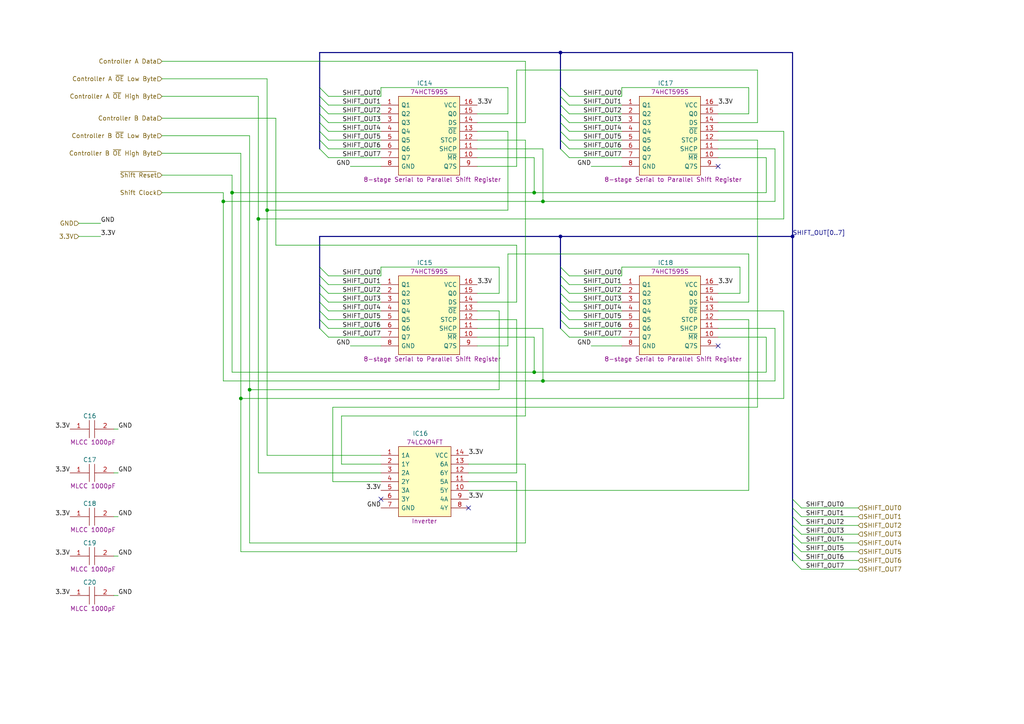
<source format=kicad_sch>
(kicad_sch (version 20230121) (generator eeschema)
  (paper "A4")
  (lib_symbols
    (symbol "Diodes_Inc:74HCT595S16-13" (pin_names (offset 0.762))
      (property "Reference" "IC" (at 12.7 6.35 0))
      (property "Description" "8-stage Serial to Parallel Shift Register" (at -5.08 -21.59 0))
      (property "Silk" "74HCT595S" (at 13.97 3.81 0))
      (symbol "74HCT595S16-13_0_0"
        (pin input line (at 0 0 0) (length 5.08) (name "Q1") (number "1"))
        (pin passive line (at 27.94 -15.24 180) (length 5.08) (name "~{MR}") (number "10"))
        (pin passive line (at 27.94 -12.7 180) (length 5.08) (name "SHCP") (number "11"))
        (pin passive line (at 27.94 -10.16 180) (length 5.08) (name "STCP") (number "12"))
        (pin passive line (at 27.94 -7.62 180) (length 5.08) (name "~{OE}") (number "13"))
        (pin passive line (at 27.94 -5.08 180) (length 5.08) (name "DS") (number "14"))
        (pin passive line (at 27.94 -2.54 180) (length 5.08) (name "Q0") (number "15"))
        (pin passive line (at 27.94 0 180) (length 5.08) (name "VCC") (number "16"))
        (pin passive line (at 0 -2.54 0) (length 5.08) (name "Q2") (number "2"))
        (pin passive line (at 0 -5.08 0) (length 5.08) (name "Q3") (number "3"))
        (pin passive line (at 0 -7.62 0) (length 5.08) (name "Q4") (number "4"))
        (pin passive line (at 0 -10.16 0) (length 5.08) (name "Q5") (number "5"))
        (pin passive line (at 0 -12.7 0) (length 5.08) (name "Q6") (number "6"))
        (pin passive line (at 0 -15.24 0) (length 5.08) (name "Q7") (number "7"))
        (pin passive line (at 0 -17.78 0) (length 5.08) (name "GND") (number "8"))
        (pin passive line (at 27.94 -17.78 180) (length 5.08) (name "Q7S") (number "9"))
      )
      (symbol "74HCT595S16-13_0_1"
        (polyline (pts (xy 5.08 2.54) (xy 22.86 2.54) (xy 22.86 -20.32) (xy 5.08 -20.32) (xy 5.08 2.54)) (stroke (width 0.1524)) (fill (type background)))
      )
    )
    (symbol "Toshiba:74LCX04FT_AE_" (pin_names (offset 0.762))
      (property "Reference" "IC" (at 11.43 6.35 0))
      (property "Description" "Inverter" (at 8.89 -19.05 0))
      (property "Silk" "74LCX04FT" (at 12.7 3.81 0))
      (symbol "74LCX04FT_AE__0_0"
        (pin passive line (at 0 0 0) (length 5.08) (name "1A") (number "1"))
        (pin passive line (at 25.4 -10.16 180) (length 5.08) (name "5Y") (number "10"))
        (pin passive line (at 25.4 -7.62 180) (length 5.08) (name "5A") (number "11"))
        (pin passive line (at 25.4 -5.08 180) (length 5.08) (name "6Y") (number "12"))
        (pin passive line (at 25.4 -2.54 180) (length 5.08) (name "6A") (number "13"))
        (pin passive line (at 25.4 0 180) (length 5.08) (name "VCC") (number "14"))
        (pin passive line (at 0 -2.54 0) (length 5.08) (name "1Y") (number "2"))
        (pin passive line (at 0 -5.08 0) (length 5.08) (name "2A") (number "3"))
        (pin passive line (at 0 -7.62 0) (length 5.08) (name "2Y") (number "4"))
        (pin passive line (at 0 -10.16 0) (length 5.08) (name "3A") (number "5"))
        (pin passive line (at 0 -12.7 0) (length 5.08) (name "3Y") (number "6"))
        (pin passive line (at 0 -15.24 0) (length 5.08) (name "GND") (number "7"))
        (pin passive line (at 25.4 -15.24 180) (length 5.08) (name "4Y") (number "8"))
        (pin passive line (at 25.4 -12.7 180) (length 5.08) (name "4A") (number "9"))
      )
      (symbol "74LCX04FT_AE__0_1"
        (polyline (pts (xy 5.08 2.54) (xy 20.32 2.54) (xy 20.32 -17.78) (xy 5.08 -17.78) (xy 5.08 2.54)) (stroke (width 0.1524)) (fill (type background)))
      )
    )
    (symbol "Wurth_Elektronik:885012207033" (pin_names (offset 0.762))
      (property "Reference" "C" (at 5.715 3.81 0))
      (property "Description" "MLCC 1000pF" (at 0 -3.81 0))
      (symbol "885012207033_0_0"
        (pin passive line (at 0 0 0) (length 5.08) (name "~") (number "1"))
        (pin passive line (at 12.7 0 180) (length 5.08) (name "~") (number "2"))
      )
      (symbol "885012207033_0_1"
        (polyline (pts (xy 5.08 0) (xy 5.588 0)) (stroke (width 0.1524)))
        (polyline (pts (xy 5.588 2.54) (xy 5.588 -2.54)) (stroke (width 0.1524)))
        (polyline (pts (xy 7.112 0) (xy 7.62 0)) (stroke (width 0.1524)))
        (polyline (pts (xy 7.112 2.54) (xy 7.112 -2.54)) (stroke (width 0.1524)))
      )
    )
  )
  (junction (at 64.77 58.42))
  (junction (at 77.47 60.96))
  (junction (at 67.31 55.88))
  (junction (at 72.39 113.03))
  (junction (at 74.93 63.5))
  (junction (at 229.87 68.58))
  (junction (at 154.94 107.95))
  (junction (at 157.48 110.49))
  (junction (at 154.94 55.88))
  (junction (at 157.48 58.42))
  (junction (at 69.85 115.57))
  (junction (at 162.56 68.58))
  (junction (at 162.56 15.24))
  (no_connect (at 135.89 147.32))
  (no_connect (at 110.49 144.78))
  (no_connect (at 208.28 100.33))
  (no_connect (at 208.28 48.26))
  (bus_entry (at 162.56 33.02) (size 2.54 2.54))
  (bus_entry (at 162.56 95.25) (size 2.54 2.54))
  (bus_entry (at 232.41 147.32) (size -2.54 -2.54))
  (bus_entry (at 229.87 152.4) (size 2.54 2.54))
  (bus_entry (at 162.56 90.17) (size 2.54 2.54))
  (bus_entry (at 92.71 90.17) (size 2.54 2.54))
  (bus_entry (at 92.71 92.71) (size 2.54 2.54))
  (bus_entry (at 229.87 157.48) (size 2.54 2.54))
  (bus_entry (at 162.56 87.63) (size 2.54 2.54))
  (bus_entry (at 162.56 27.94) (size 2.54 2.54))
  (bus_entry (at 165.1 80.01) (size -2.54 -2.54))
  (bus_entry (at 92.71 85.09) (size 2.54 2.54))
  (bus_entry (at 92.71 82.55) (size 2.54 2.54))
  (bus_entry (at 95.25 80.01) (size -2.54 -2.54))
  (bus_entry (at 92.71 87.63) (size 2.54 2.54))
  (bus_entry (at 162.56 40.64) (size 2.54 2.54))
  (bus_entry (at 162.56 35.56) (size 2.54 2.54))
  (bus_entry (at 162.56 38.1) (size 2.54 2.54))
  (bus_entry (at 229.87 147.32) (size 2.54 2.54))
  (bus_entry (at 229.87 154.94) (size 2.54 2.54))
  (bus_entry (at 162.56 30.48) (size 2.54 2.54))
  (bus_entry (at 162.56 85.09) (size 2.54 2.54))
  (bus_entry (at 92.71 80.01) (size 2.54 2.54))
  (bus_entry (at 232.41 152.4) (size -2.54 -2.54))
  (bus_entry (at 92.71 35.56) (size 2.54 2.54))
  (bus_entry (at 92.71 38.1) (size 2.54 2.54))
  (bus_entry (at 92.71 40.64) (size 2.54 2.54))
  (bus_entry (at 92.71 27.94) (size 2.54 2.54))
  (bus_entry (at 95.25 27.94) (size -2.54 -2.54))
  (bus_entry (at 92.71 30.48) (size 2.54 2.54))
  (bus_entry (at 92.71 33.02) (size 2.54 2.54))
  (bus_entry (at 92.71 43.18) (size 2.54 2.54))
  (bus_entry (at 229.87 162.56) (size 2.54 2.54))
  (bus_entry (at 165.1 27.94) (size -2.54 -2.54))
  (bus_entry (at 162.56 92.71) (size 2.54 2.54))
  (bus_entry (at 229.87 160.02) (size 2.54 2.54))
  (bus_entry (at 162.56 80.01) (size 2.54 2.54))
  (bus_entry (at 92.71 95.25) (size 2.54 2.54))
  (bus_entry (at 162.56 43.18) (size 2.54 2.54))
  (bus_entry (at 162.56 82.55) (size 2.54 2.54))
  (wire (pts (xy 217.17 87.63) (xy 208.28 87.63)))
  (wire (pts (xy 149.86 48.26) (xy 149.86 20.32)))
  (wire (pts (xy 147.32 25.4) (xy 110.49 25.4)))
  (wire (pts (xy 96.52 139.7) (xy 96.52 118.11)))
  (wire (pts (xy 77.47 60.96) (xy 147.32 60.96)))
  (wire (pts (xy 46.99 22.86) (xy 77.47 22.86)))
  (wire (pts (xy 152.4 17.78) (xy 152.4 35.56)))
  (wire (pts (xy 95.25 38.1) (xy 110.49 38.1)))
  (wire (pts (xy 149.86 137.16) (xy 149.86 92.71)))
  (wire (pts (xy 224.79 95.25) (xy 208.28 95.25)))
  (bus (pts (xy 162.56 92.71) (xy 162.56 95.25)))
  (wire (pts (xy 95.25 90.17) (xy 110.49 90.17)))
  (bus (pts (xy 92.71 90.17) (xy 92.71 92.71)))
  (wire (pts (xy 96.52 118.11) (xy 219.71 118.11)))
  (wire (pts (xy 165.1 43.18) (xy 180.34 43.18)))
  (bus (pts (xy 229.87 144.78) (xy 229.87 147.32)))
  (wire (pts (xy 222.25 45.72) (xy 208.28 45.72)))
  (wire (pts (xy 165.1 95.25) (xy 180.34 95.25)))
  (wire (pts (xy 101.6 48.26) (xy 110.49 48.26)))
  (wire (pts (xy 147.32 73.66) (xy 217.17 73.66)))
  (wire (pts (xy 149.86 20.32) (xy 219.71 20.32)))
  (wire (pts (xy 80.01 34.29) (xy 80.01 71.12)))
  (bus (pts (xy 162.56 35.56) (xy 162.56 38.1)))
  (wire (pts (xy 154.94 55.88) (xy 154.94 45.72)))
  (wire (pts (xy 222.25 107.95) (xy 222.25 97.79)))
  (wire (pts (xy 110.49 80.01) (xy 110.49 77.47)))
  (bus (pts (xy 162.56 33.02) (xy 162.56 35.56)))
  (wire (pts (xy 147.32 38.1) (xy 147.32 60.96)))
  (wire (pts (xy 101.6 100.33) (xy 110.49 100.33)))
  (wire (pts (xy 219.71 118.11) (xy 219.71 40.64)))
  (bus (pts (xy 92.71 68.58) (xy 162.56 68.58)))
  (bus (pts (xy 92.71 30.48) (xy 92.71 33.02)))
  (wire (pts (xy 154.94 107.95) (xy 154.94 97.79)))
  (bus (pts (xy 162.56 27.94) (xy 162.56 30.48)))
  (wire (pts (xy 95.25 82.55) (xy 110.49 82.55)))
  (bus (pts (xy 162.56 80.01) (xy 162.56 82.55)))
  (wire (pts (xy 224.79 43.18) (xy 208.28 43.18)))
  (wire (pts (xy 217.17 73.66) (xy 217.17 87.63)))
  (wire (pts (xy 64.77 58.42) (xy 157.48 58.42)))
  (bus (pts (xy 92.71 33.02) (xy 92.71 35.56)))
  (wire (pts (xy 95.25 33.02) (xy 110.49 33.02)))
  (wire (pts (xy 64.77 55.88) (xy 64.77 58.42)))
  (wire (pts (xy 154.94 107.95) (xy 222.25 107.95)))
  (wire (pts (xy 219.71 20.32) (xy 219.71 35.56)))
  (bus (pts (xy 92.71 87.63) (xy 92.71 90.17)))
  (bus (pts (xy 92.71 15.24) (xy 92.71 25.4)))
  (wire (pts (xy 33.02 124.46) (xy 34.29 124.46)))
  (wire (pts (xy 152.4 35.56) (xy 138.43 35.56)))
  (wire (pts (xy 74.93 63.5) (xy 74.93 137.16)))
  (wire (pts (xy 95.25 87.63) (xy 110.49 87.63)))
  (wire (pts (xy 165.1 80.01) (xy 180.34 80.01)))
  (wire (pts (xy 217.17 142.24) (xy 217.17 92.71)))
  (bus (pts (xy 162.56 87.63) (xy 162.56 90.17)))
  (bus (pts (xy 92.71 35.56) (xy 92.71 38.1)))
  (wire (pts (xy 227.33 90.17) (xy 208.28 90.17)))
  (wire (pts (xy 46.99 27.94) (xy 74.93 27.94)))
  (wire (pts (xy 95.25 92.71) (xy 110.49 92.71)))
  (wire (pts (xy 149.86 92.71) (xy 138.43 92.71)))
  (wire (pts (xy 138.43 33.02) (xy 147.32 33.02)))
  (bus (pts (xy 92.71 68.58) (xy 92.71 77.47)))
  (wire (pts (xy 64.77 110.49) (xy 157.48 110.49)))
  (wire (pts (xy 33.02 161.29) (xy 34.29 161.29)))
  (wire (pts (xy 77.47 22.86) (xy 77.47 60.96)))
  (wire (pts (xy 46.99 39.37) (xy 72.39 39.37)))
  (bus (pts (xy 229.87 152.4) (xy 229.87 154.94)))
  (wire (pts (xy 99.06 134.62) (xy 99.06 120.65)))
  (wire (pts (xy 232.41 154.94) (xy 248.92 154.94)))
  (bus (pts (xy 162.56 85.09) (xy 162.56 87.63)))
  (wire (pts (xy 135.89 134.62) (xy 152.4 134.62)))
  (wire (pts (xy 224.79 110.49) (xy 224.79 95.25)))
  (bus (pts (xy 92.71 80.01) (xy 92.71 82.55)))
  (wire (pts (xy 149.86 160.02) (xy 149.86 139.7)))
  (wire (pts (xy 157.48 110.49) (xy 157.48 95.25)))
  (wire (pts (xy 219.71 35.56) (xy 208.28 35.56)))
  (wire (pts (xy 99.06 120.65) (xy 152.4 120.65)))
  (wire (pts (xy 80.01 71.12) (xy 149.86 71.12)))
  (wire (pts (xy 138.43 85.09) (xy 144.78 85.09)))
  (wire (pts (xy 222.25 55.88) (xy 222.25 45.72)))
  (bus (pts (xy 92.71 85.09) (xy 92.71 87.63)))
  (wire (pts (xy 165.1 92.71) (xy 180.34 92.71)))
  (wire (pts (xy 95.25 45.72) (xy 110.49 45.72)))
  (wire (pts (xy 152.4 157.48) (xy 72.39 157.48)))
  (wire (pts (xy 135.89 142.24) (xy 217.17 142.24)))
  (wire (pts (xy 46.99 44.45) (xy 69.85 44.45)))
  (wire (pts (xy 180.34 80.01) (xy 180.34 77.47)))
  (wire (pts (xy 157.48 58.42) (xy 224.79 58.42)))
  (wire (pts (xy 95.25 30.48) (xy 110.49 30.48)))
  (wire (pts (xy 74.93 27.94) (xy 74.93 63.5)))
  (wire (pts (xy 165.1 87.63) (xy 180.34 87.63)))
  (wire (pts (xy 154.94 55.88) (xy 222.25 55.88)))
  (wire (pts (xy 144.78 90.17) (xy 138.43 90.17)))
  (wire (pts (xy 165.1 45.72) (xy 180.34 45.72)))
  (wire (pts (xy 95.25 97.79) (xy 110.49 97.79)))
  (wire (pts (xy 67.31 107.95) (xy 154.94 107.95)))
  (bus (pts (xy 162.56 38.1) (xy 162.56 40.64)))
  (wire (pts (xy 74.93 63.5) (xy 227.33 63.5)))
  (wire (pts (xy 46.99 17.78) (xy 152.4 17.78)))
  (bus (pts (xy 162.56 15.24) (xy 162.56 25.4)))
  (wire (pts (xy 138.43 48.26) (xy 149.86 48.26)))
  (bus (pts (xy 162.56 90.17) (xy 162.56 92.71)))
  (wire (pts (xy 22.86 64.77) (xy 29.21 64.77)))
  (wire (pts (xy 135.89 137.16) (xy 149.86 137.16)))
  (wire (pts (xy 154.94 45.72) (xy 138.43 45.72)))
  (wire (pts (xy 144.78 113.03) (xy 144.78 90.17)))
  (wire (pts (xy 95.25 35.56) (xy 110.49 35.56)))
  (wire (pts (xy 232.41 147.32) (xy 248.92 147.32)))
  (wire (pts (xy 95.25 80.01) (xy 110.49 80.01)))
  (wire (pts (xy 69.85 160.02) (xy 149.86 160.02)))
  (wire (pts (xy 171.45 48.26) (xy 180.34 48.26)))
  (wire (pts (xy 165.1 85.09) (xy 180.34 85.09)))
  (wire (pts (xy 72.39 113.03) (xy 72.39 157.48)))
  (wire (pts (xy 144.78 85.09) (xy 144.78 77.47)))
  (wire (pts (xy 208.28 85.09) (xy 214.63 85.09)))
  (bus (pts (xy 92.71 27.94) (xy 92.71 30.48)))
  (bus (pts (xy 92.71 82.55) (xy 92.71 85.09)))
  (wire (pts (xy 77.47 132.08) (xy 110.49 132.08)))
  (wire (pts (xy 95.25 40.64) (xy 110.49 40.64)))
  (wire (pts (xy 165.1 90.17) (xy 180.34 90.17)))
  (wire (pts (xy 227.33 115.57) (xy 227.33 90.17)))
  (wire (pts (xy 165.1 40.64) (xy 180.34 40.64)))
  (wire (pts (xy 95.25 85.09) (xy 110.49 85.09)))
  (wire (pts (xy 69.85 115.57) (xy 69.85 160.02)))
  (wire (pts (xy 222.25 97.79) (xy 208.28 97.79)))
  (wire (pts (xy 232.41 152.4) (xy 248.92 152.4)))
  (bus (pts (xy 162.56 77.47) (xy 162.56 80.01)))
  (wire (pts (xy 214.63 77.47) (xy 180.34 77.47)))
  (wire (pts (xy 149.86 71.12) (xy 149.86 87.63)))
  (wire (pts (xy 138.43 38.1) (xy 147.32 38.1)))
  (wire (pts (xy 138.43 100.33) (xy 147.32 100.33)))
  (wire (pts (xy 149.86 87.63) (xy 138.43 87.63)))
  (wire (pts (xy 165.1 35.56) (xy 180.34 35.56)))
  (wire (pts (xy 33.02 137.16) (xy 34.29 137.16)))
  (wire (pts (xy 110.49 134.62) (xy 99.06 134.62)))
  (bus (pts (xy 92.71 77.47) (xy 92.71 80.01)))
  (bus (pts (xy 92.71 15.24) (xy 162.56 15.24)))
  (wire (pts (xy 138.43 95.25) (xy 157.48 95.25)))
  (bus (pts (xy 92.71 40.64) (xy 92.71 43.18)))
  (bus (pts (xy 229.87 15.24) (xy 229.87 68.58)))
  (wire (pts (xy 165.1 97.79) (xy 180.34 97.79)))
  (wire (pts (xy 171.45 100.33) (xy 180.34 100.33)))
  (wire (pts (xy 232.41 157.48) (xy 248.92 157.48)))
  (wire (pts (xy 77.47 60.96) (xy 77.47 132.08)))
  (wire (pts (xy 227.33 38.1) (xy 208.28 38.1)))
  (wire (pts (xy 165.1 33.02) (xy 180.34 33.02)))
  (bus (pts (xy 229.87 149.86) (xy 229.87 152.4)))
  (wire (pts (xy 67.31 55.88) (xy 154.94 55.88)))
  (wire (pts (xy 64.77 58.42) (xy 64.77 110.49)))
  (wire (pts (xy 147.32 100.33) (xy 147.32 73.66)))
  (wire (pts (xy 72.39 39.37) (xy 72.39 113.03)))
  (wire (pts (xy 22.86 68.58) (xy 29.21 68.58)))
  (wire (pts (xy 67.31 55.88) (xy 67.31 107.95)))
  (wire (pts (xy 227.33 63.5) (xy 227.33 38.1)))
  (wire (pts (xy 74.93 137.16) (xy 110.49 137.16)))
  (bus (pts (xy 229.87 157.48) (xy 229.87 160.02)))
  (wire (pts (xy 46.99 55.88) (xy 64.77 55.88)))
  (bus (pts (xy 92.71 92.71) (xy 92.71 95.25)))
  (wire (pts (xy 144.78 77.47) (xy 110.49 77.47)))
  (wire (pts (xy 180.34 27.94) (xy 180.34 25.4)))
  (bus (pts (xy 92.71 38.1) (xy 92.71 40.64)))
  (wire (pts (xy 152.4 40.64) (xy 152.4 120.65)))
  (wire (pts (xy 165.1 30.48) (xy 180.34 30.48)))
  (wire (pts (xy 154.94 97.79) (xy 138.43 97.79)))
  (wire (pts (xy 217.17 92.71) (xy 208.28 92.71)))
  (wire (pts (xy 110.49 27.94) (xy 110.49 25.4)))
  (wire (pts (xy 69.85 44.45) (xy 69.85 115.57)))
  (wire (pts (xy 157.48 43.18) (xy 138.43 43.18)))
  (wire (pts (xy 232.41 160.02) (xy 248.92 160.02)))
  (wire (pts (xy 33.02 172.72) (xy 34.29 172.72)))
  (bus (pts (xy 162.56 68.58) (xy 229.87 68.58)))
  (wire (pts (xy 214.63 85.09) (xy 214.63 77.47)))
  (wire (pts (xy 95.25 27.94) (xy 110.49 27.94)))
  (wire (pts (xy 157.48 110.49) (xy 224.79 110.49)))
  (bus (pts (xy 162.56 82.55) (xy 162.56 85.09)))
  (wire (pts (xy 152.4 40.64) (xy 138.43 40.64)))
  (wire (pts (xy 217.17 25.4) (xy 180.34 25.4)))
  (bus (pts (xy 229.87 160.02) (xy 229.87 162.56)))
  (wire (pts (xy 95.25 43.18) (xy 110.49 43.18)))
  (bus (pts (xy 162.56 15.24) (xy 229.87 15.24)))
  (wire (pts (xy 208.28 33.02) (xy 217.17 33.02)))
  (bus (pts (xy 162.56 68.58) (xy 162.56 77.47)))
  (wire (pts (xy 149.86 139.7) (xy 135.89 139.7)))
  (wire (pts (xy 157.48 58.42) (xy 157.48 43.18)))
  (bus (pts (xy 229.87 154.94) (xy 229.87 157.48)))
  (bus (pts (xy 162.56 30.48) (xy 162.56 33.02)))
  (wire (pts (xy 95.25 95.25) (xy 110.49 95.25)))
  (bus (pts (xy 162.56 40.64) (xy 162.56 43.18)))
  (wire (pts (xy 232.41 165.1) (xy 248.92 165.1)))
  (wire (pts (xy 147.32 33.02) (xy 147.32 25.4)))
  (wire (pts (xy 165.1 82.55) (xy 180.34 82.55)))
  (wire (pts (xy 152.4 134.62) (xy 152.4 157.48)))
  (wire (pts (xy 165.1 27.94) (xy 180.34 27.94)))
  (wire (pts (xy 67.31 50.8) (xy 67.31 55.88)))
  (bus (pts (xy 92.71 25.4) (xy 92.71 27.94)))
  (bus (pts (xy 162.56 25.4) (xy 162.56 27.94)))
  (wire (pts (xy 165.1 38.1) (xy 180.34 38.1)))
  (wire (pts (xy 232.41 149.86) (xy 248.92 149.86)))
  (bus (pts (xy 229.87 68.58) (xy 229.87 144.78)))
  (wire (pts (xy 69.85 115.57) (xy 227.33 115.57)))
  (wire (pts (xy 110.49 139.7) (xy 96.52 139.7)))
  (wire (pts (xy 33.02 149.86) (xy 34.29 149.86)))
  (wire (pts (xy 217.17 33.02) (xy 217.17 25.4)))
  (wire (pts (xy 72.39 113.03) (xy 144.78 113.03)))
  (wire (pts (xy 219.71 40.64) (xy 208.28 40.64)))
  (bus (pts (xy 229.87 147.32) (xy 229.87 149.86)))
  (wire (pts (xy 232.41 162.56) (xy 248.92 162.56)))
  (wire (pts (xy 224.79 58.42) (xy 224.79 43.18)))
  (wire (pts (xy 46.99 34.29) (xy 80.01 34.29)))
  (wire (pts (xy 46.99 50.8) (xy 67.31 50.8)))
  (label "SHIFT_OUT3" (at 180.34 87.63 180))
  (label "3.3V" (at 208.28 30.48 0))
  (label "SHIFT_OUT4" (at 180.34 90.17 180))
  (label "SHIFT_OUT2" (at 180.34 85.09 180))
  (label "SHIFT_OUT2" (at 180.34 33.02 180))
  (label "SHIFT_OUT3" (at 233.68 154.94 0))
  (label "GND" (at 101.6 48.26 180))
  (label "SHIFT_OUT4" (at 110.49 90.17 180))
  (label "GND" (at 171.45 48.26 180))
  (label "SHIFT_OUT5" (at 233.68 160.02 0))
  (label "3.3V" (at 20.32 172.72 180))
  (label "SHIFT_OUT0" (at 110.49 80.01 180))
  (label "SHIFT_OUT1" (at 233.68 149.86 0))
  (label "3.3V" (at 20.32 149.86 180))
  (label "3.3V" (at 208.28 82.55 0))
  (label "GND" (at 34.29 161.29 0))
  (label "SHIFT_OUT2" (at 233.68 152.4 0))
  (label "SHIFT_OUT6" (at 180.34 43.18 180))
  (label "SHIFT_OUT5" (at 180.34 40.64 180))
  (label "3.3V" (at 20.32 124.46 180))
  (label "SHIFT_OUT5" (at 180.34 92.71 180))
  (label "SHIFT_OUT7" (at 180.34 45.72 180))
  (label "3.3V" (at 135.89 132.08 0))
  (label "3.3V" (at 20.32 161.29 180))
  (label "GND" (at 34.29 124.46 0))
  (label "SHIFT_OUT1" (at 180.34 30.48 180))
  (label "SHIFT_OUT1" (at 110.49 30.48 180))
  (label "SHIFT_OUT0" (at 180.34 27.94 180))
  (label "SHIFT_OUT[0..7]" (at 229.87 68.58 0))
  (label "GND" (at 171.45 100.33 180))
  (label "GND" (at 34.29 149.86 0))
  (label "SHIFT_OUT5" (at 110.49 40.64 180))
  (label "GND" (at 34.29 137.16 0))
  (label "SHIFT_OUT3" (at 110.49 35.56 180))
  (label "SHIFT_OUT2" (at 110.49 33.02 180))
  (label "SHIFT_OUT7" (at 180.34 97.79 180))
  (label "GND" (at 29.21 64.77 0))
  (label "GND" (at 110.49 147.32 180))
  (label "SHIFT_OUT7" (at 110.49 97.79 180))
  (label "SHIFT_OUT0" (at 110.49 27.94 180))
  (label "SHIFT_OUT4" (at 233.68 157.48 0))
  (label "SHIFT_OUT5" (at 110.49 92.71 180))
  (label "SHIFT_OUT6" (at 110.49 95.25 180))
  (label "SHIFT_OUT4" (at 180.34 38.1 180))
  (label "SHIFT_OUT6" (at 110.49 43.18 180))
  (label "SHIFT_OUT3" (at 180.34 35.56 180))
  (label "SHIFT_OUT3" (at 110.49 87.63 180))
  (label "SHIFT_OUT6" (at 233.68 162.56 0))
  (label "SHIFT_OUT4" (at 110.49 38.1 180))
  (label "SHIFT_OUT7" (at 110.49 45.72 180))
  (label "3.3V" (at 110.49 142.24 180))
  (label "3.3V" (at 138.43 82.55 0))
  (label "SHIFT_OUT1" (at 180.34 82.55 180))
  (label "SHIFT_OUT0" (at 180.34 80.01 180))
  (label "3.3V" (at 135.89 144.78 0))
  (label "3.3V" (at 20.32 137.16 180))
  (label "3.3V" (at 29.21 68.58 0))
  (label "GND" (at 101.6 100.33 180))
  (label "SHIFT_OUT0" (at 233.68 147.32 0))
  (label "3.3V" (at 138.43 30.48 0))
  (label "SHIFT_OUT2" (at 110.49 85.09 180))
  (label "GND" (at 34.29 172.72 0))
  (label "SHIFT_OUT7" (at 233.68 165.1 0))
  (label "SHIFT_OUT1" (at 110.49 82.55 180))
  (label "SHIFT_OUT6" (at 180.34 95.25 180))
  (hierarchical_label "SHIFT_OUT2" (shape input) (at 248.92 152.4 0))
  (hierarchical_label "SHIFT_OUT6" (shape input) (at 248.92 162.56 0))
  (hierarchical_label "SHIFT_OUT1" (shape input) (at 248.92 149.86 0))
  (hierarchical_label "SHIFT_OUT3" (shape input) (at 248.92 154.94 0))
  (hierarchical_label "Controller B Data" (shape input) (at 46.99 34.29 180))
  (hierarchical_label "Controller A Data" (shape input) (at 46.99 17.78 180))
  (hierarchical_label "Controller B ~{OE} High Byte" (shape input) (at 46.99 44.45 180))
  (hierarchical_label "Shift Clock" (shape input) (at 46.99 55.88 180))
  (hierarchical_label "Controller A ~{OE} High Byte" (shape input) (at 46.99 27.94 180))
  (hierarchical_label "Controller B ~{OE} Low Byte" (shape input) (at 46.99 39.37 180))
  (hierarchical_label "GND" (shape input) (at 22.86 64.77 180))
  (hierarchical_label "SHIFT_OUT0" (shape input) (at 248.92 147.32 0))
  (hierarchical_label "Controller A ~{OE} Low Byte" (shape input) (at 46.99 22.86 180))
  (hierarchical_label "SHIFT_OUT4" (shape input) (at 248.92 157.48 0))
  (hierarchical_label "SHIFT_OUT5" (shape input) (at 248.92 160.02 0))
  (hierarchical_label "~{Shift Reset}" (shape input) (at 46.99 50.8 180))
  (hierarchical_label "SHIFT_OUT7" (shape input) (at 248.92 165.1 0))
  (hierarchical_label "3.3V" (shape input) (at 22.86 68.58 180))
  (symbol (lib_id "Wurth_Elektronik:885012207033") (at 20.32 137.16 0) (unit 1)
    (property "Reference" "C17" (at 26.035 133.35 0))
    (property "Value" "885012207033" (effects hide))
    (property "Footprint" "CAPC2012X90N" (effects hide))
    (property "Datasheet" "https://katalog.we-online.com/pbs/datasheet/885012207033.pdf" (effects hide))
    (property "Description" "MLCC 1000pF" (at 20.32 140.97 0) (effects (justify left)))
    (property "Height" "0.9" (effects hide))
    (property "Mouser Part Number" "710-885012207033" (effects hide))
    (property "Mouser Price/Stock" "https://www.mouser.co.uk/ProductDetail/Wurth-Elektronik/885012207033?qs=0KOYDY2FL28ky2lrUPvQ%2Fw%3D%3D" (effects hide))
    (property "Manufacturer_Name" "Wurth Elektronik" (effects hide))
    (property "Manufacturer_Part_Number" "885012207033" (effects hide))
    (instances (project "SNES Device" (path "" (reference "C17") (unit 1)) (path "" (reference "C12") (unit 1))))
  )
  (symbol (lib_id "Diodes_Inc:74HCT595S16-13") (at 180.34 30.48 0) (unit 1)
    (property "Reference" "IC17" (at 193.04 24.13 0))
    (property "Value" "74HCT595S16-13" (effects hide))
    (property "Footprint" "SOIC127P600X175-16N" (effects hide))
    (property "Datasheet" "https://www.diodes.com/assets/Datasheets/74HCT595.pdf" (effects hide))
    (property "Description" "8-stage Serial to Parallel Shift Register" (at 175.26 52.07 0) (effects (justify left)))
    (property "Height" "1.75" (effects hide))
    (property "Manufacturer_Name" "Diodes Inc." (effects hide))
    (property "Manufacturer_Part_Number" "74HCT595S16-13" (effects hide))
    (property "Mouser Part Number" "621-74HCT595S16-13" (effects hide))
    (property "Mouser Price/Stock" "https://www.mouser.co.uk/ProductDetail/Diodes-Incorporated/74HCT595S16-13?qs=Oxncjon6mbpgzt%2FDZvS0qg%3D%3D" (effects hide))
    (property "Silk" "74HCT595S" (at 194.31 26.67 0))
    (instances (project "SNES Device" (path "" (reference "IC17") (unit 1)) (path "" (reference "IC12") (unit 1))))
  )
  (symbol (lib_id "Diodes_Inc:74HCT595S16-13") (at 180.34 82.55 0) (unit 1)
    (property "Reference" "IC18" (at 193.04 76.2 0))
    (property "Value" "74HCT595S16-13" (effects hide))
    (property "Footprint" "SOIC127P600X175-16N" (effects hide))
    (property "Datasheet" "https://www.diodes.com/assets/Datasheets/74HCT595.pdf" (effects hide))
    (property "Description" "8-stage Serial to Parallel Shift Register" (at 175.26 104.14 0) (effects (justify left)))
    (property "Height" "1.75" (effects hide))
    (property "Manufacturer_Name" "Diodes Inc." (effects hide))
    (property "Manufacturer_Part_Number" "74HCT595S16-13" (effects hide))
    (property "Mouser Part Number" "621-74HCT595S16-13" (effects hide))
    (property "Mouser Price/Stock" "https://www.mouser.co.uk/ProductDetail/Diodes-Incorporated/74HCT595S16-13?qs=Oxncjon6mbpgzt%2FDZvS0qg%3D%3D" (effects hide))
    (property "Silk" "74HCT595S" (at 194.31 78.74 0))
    (instances (project "SNES Device" (path "" (reference "IC18") (unit 1)) (path "" (reference "IC13") (unit 1))))
  )
  (symbol (lib_id "Wurth_Elektronik:885012207033") (at 20.32 161.29 0) (unit 1)
    (property "Reference" "C19" (at 26.035 157.48 0))
    (property "Value" "885012207033" (effects hide))
    (property "Footprint" "CAPC2012X90N" (effects hide))
    (property "Datasheet" "https://katalog.we-online.com/pbs/datasheet/885012207033.pdf" (effects hide))
    (property "Description" "MLCC 1000pF" (at 20.32 165.1 0) (effects (justify left)))
    (property "Height" "0.9" (effects hide))
    (property "Mouser Part Number" "710-885012207033" (effects hide))
    (property "Mouser Price/Stock" "https://www.mouser.co.uk/ProductDetail/Wurth-Elektronik/885012207033?qs=0KOYDY2FL28ky2lrUPvQ%2Fw%3D%3D" (effects hide))
    (property "Manufacturer_Name" "Wurth Elektronik" (effects hide))
    (property "Manufacturer_Part_Number" "885012207033" (effects hide))
    (instances (project "SNES Device" (path "" (reference "C19") (unit 1)) (path "" (reference "C14") (unit 1))))
  )
  (symbol (lib_id "Wurth_Elektronik:885012207033") (at 20.32 124.46 0) (unit 1)
    (property "Reference" "C16" (at 26.035 120.65 0))
    (property "Value" "885012207033" (effects hide))
    (property "Footprint" "CAPC2012X90N" (effects hide))
    (property "Datasheet" "https://katalog.we-online.com/pbs/datasheet/885012207033.pdf" (effects hide))
    (property "Description" "MLCC 1000pF" (at 20.32 128.27 0) (effects (justify left)))
    (property "Height" "0.9" (effects hide))
    (property "Mouser Part Number" "710-885012207033" (effects hide))
    (property "Mouser Price/Stock" "https://www.mouser.co.uk/ProductDetail/Wurth-Elektronik/885012207033?qs=0KOYDY2FL28ky2lrUPvQ%2Fw%3D%3D" (effects hide))
    (property "Manufacturer_Name" "Wurth Elektronik" (effects hide))
    (property "Manufacturer_Part_Number" "885012207033" (effects hide))
    (instances (project "SNES Device" (path "" (reference "C16") (unit 1)) (path "" (reference "C11") (unit 1))))
  )
  (symbol (lib_id "Toshiba:74LCX04FT_AE_") (at 110.49 132.08 0) (unit 1)
    (property "Reference" "IC16" (at 121.92 125.73 0))
    (property "Value" "74LCX04FT_AE_" (effects hide))
    (property "Footprint" "SOP65P640X120-14N" (effects hide))
    (property "Datasheet" "https://toshiba.semicon-storage.com/info/docget.jsp?did=15379&prodName=74LCX04FT" (effects hide))
    (property "Description" "Inverter" (at 119.38 151.13 0) (effects (justify left)))
    (property "Height" "1.2" (effects hide))
    (property "Mouser Part Number" "757-74LCX04FTAE" (effects hide))
    (property "Mouser Price/Stock" "https://www.mouser.co.uk/ProductDetail/Toshiba/74LCX04FTAE?qs=cW4DzVrAanMxusL1byWNzQ%3D%3D" (effects hide))
    (property "Manufacturer_Name" "Toshiba" (effects hide))
    (property "Manufacturer_Part_Number" "74LCX04FT(AE)" (effects hide))
    (property "Silk" "74LCX04FT" (at 123.19 128.27 0))
    (instances (project "SNES Device" (path "" (reference "IC16") (unit 1)) (path "" (reference "IC11") (unit 1))))
  )
  (symbol (lib_id "Wurth_Elektronik:885012207033") (at 20.32 172.72 0) (unit 1)
    (property "Reference" "C20" (at 26.035 168.91 0))
    (property "Value" "885012207033" (effects hide))
    (property "Footprint" "CAPC2012X90N" (effects hide))
    (property "Datasheet" "https://katalog.we-online.com/pbs/datasheet/885012207033.pdf" (effects hide))
    (property "Description" "MLCC 1000pF" (at 20.32 176.53 0) (effects (justify left)))
    (property "Height" "0.9" (effects hide))
    (property "Mouser Part Number" "710-885012207033" (effects hide))
    (property "Mouser Price/Stock" "https://www.mouser.co.uk/ProductDetail/Wurth-Elektronik/885012207033?qs=0KOYDY2FL28ky2lrUPvQ%2Fw%3D%3D" (effects hide))
    (property "Manufacturer_Name" "Wurth Elektronik" (effects hide))
    (property "Manufacturer_Part_Number" "885012207033" (effects hide))
    (instances (project "SNES Device" (path "" (reference "C20") (unit 1)) (path "" (reference "C15") (unit 1))))
  )
  (symbol (lib_id "Diodes_Inc:74HCT595S16-13") (at 110.49 30.48 0) (unit 1)
    (property "Reference" "IC14" (at 123.19 24.13 0))
    (property "Value" "74HCT595S16-13" (effects hide))
    (property "Footprint" "SOIC127P600X175-16N" (effects hide))
    (property "Datasheet" "https://www.diodes.com/assets/Datasheets/74HCT595.pdf" (effects hide))
    (property "Description" "8-stage Serial to Parallel Shift Register" (at 105.41 52.07 0) (effects (justify left)))
    (property "Height" "1.75" (effects hide))
    (property "Manufacturer_Name" "Diodes Inc." (effects hide))
    (property "Manufacturer_Part_Number" "74HCT595S16-13" (effects hide))
    (property "Mouser Part Number" "621-74HCT595S16-13" (effects hide))
    (property "Mouser Price/Stock" "https://www.mouser.co.uk/ProductDetail/Diodes-Incorporated/74HCT595S16-13?qs=Oxncjon6mbpgzt%2FDZvS0qg%3D%3D" (effects hide))
    (property "Silk" "74HCT595S" (at 124.46 26.67 0))
    (instances (project "SNES Device" (path "" (reference "IC14") (unit 1)) (path "" (reference "IC9") (unit 1))))
  )
  (symbol (lib_id "Wurth_Elektronik:885012207033") (at 20.32 149.86 0) (unit 1)
    (property "Reference" "C18" (at 26.035 146.05 0))
    (property "Value" "885012207033" (effects hide))
    (property "Footprint" "CAPC2012X90N" (effects hide))
    (property "Datasheet" "https://katalog.we-online.com/pbs/datasheet/885012207033.pdf" (effects hide))
    (property "Description" "MLCC 1000pF" (at 20.32 153.67 0) (effects (justify left)))
    (property "Height" "0.9" (effects hide))
    (property "Mouser Part Number" "710-885012207033" (effects hide))
    (property "Mouser Price/Stock" "https://www.mouser.co.uk/ProductDetail/Wurth-Elektronik/885012207033?qs=0KOYDY2FL28ky2lrUPvQ%2Fw%3D%3D" (effects hide))
    (property "Manufacturer_Name" "Wurth Elektronik" (effects hide))
    (property "Manufacturer_Part_Number" "885012207033" (effects hide))
    (instances (project "SNES Device" (path "" (reference "C18") (unit 1)) (path "" (reference "C13") (unit 1))))
  )
  (symbol (lib_id "Diodes_Inc:74HCT595S16-13") (at 110.49 82.55 0) (unit 1)
    (property "Reference" "IC15" (at 123.19 76.2 0))
    (property "Value" "74HCT595S16-13" (effects hide))
    (property "Footprint" "SOIC127P600X175-16N" (effects hide))
    (property "Datasheet" "https://www.diodes.com/assets/Datasheets/74HCT595.pdf" (effects hide))
    (property "Description" "8-stage Serial to Parallel Shift Register" (at 105.41 104.14 0) (effects (justify left)))
    (property "Height" "1.75" (effects hide))
    (property "Manufacturer_Name" "Diodes Inc." (effects hide))
    (property "Manufacturer_Part_Number" "74HCT595S16-13" (effects hide))
    (property "Mouser Part Number" "621-74HCT595S16-13" (effects hide))
    (property "Mouser Price/Stock" "https://www.mouser.co.uk/ProductDetail/Diodes-Incorporated/74HCT595S16-13?qs=Oxncjon6mbpgzt%2FDZvS0qg%3D%3D" (effects hide))
    (property "Silk" "74HCT595S" (at 124.46 78.74 0))
    (instances (project "SNES Device" (path "" (reference "IC15") (unit 1)) (path "" (reference "IC10") (unit 1))))
  )
)
</source>
